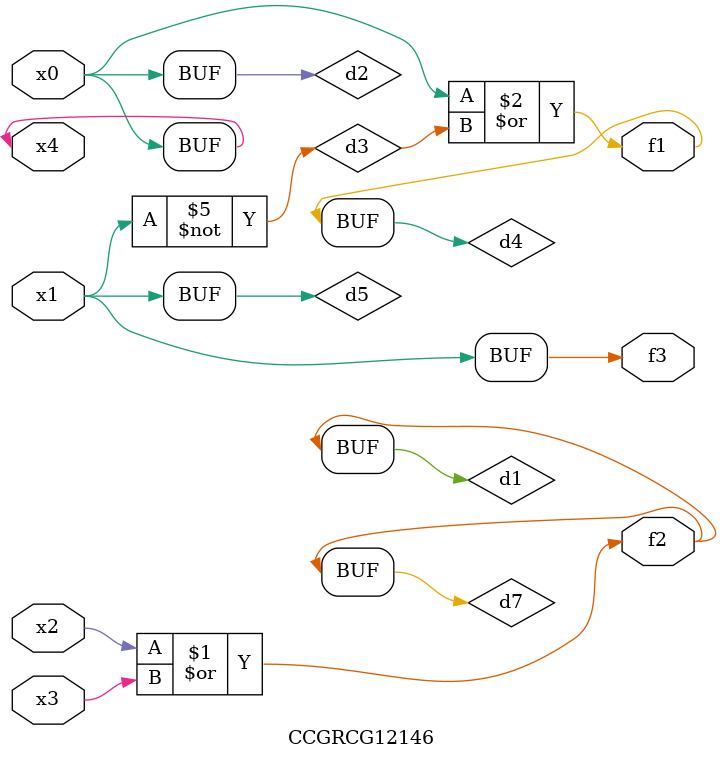
<source format=v>
module CCGRCG12146(
	input x0, x1, x2, x3, x4,
	output f1, f2, f3
);

	wire d1, d2, d3, d4, d5, d6, d7;

	or (d1, x2, x3);
	buf (d2, x0, x4);
	not (d3, x1);
	or (d4, d2, d3);
	not (d5, d3);
	nand (d6, d1, d3);
	or (d7, d1);
	assign f1 = d4;
	assign f2 = d7;
	assign f3 = d5;
endmodule

</source>
